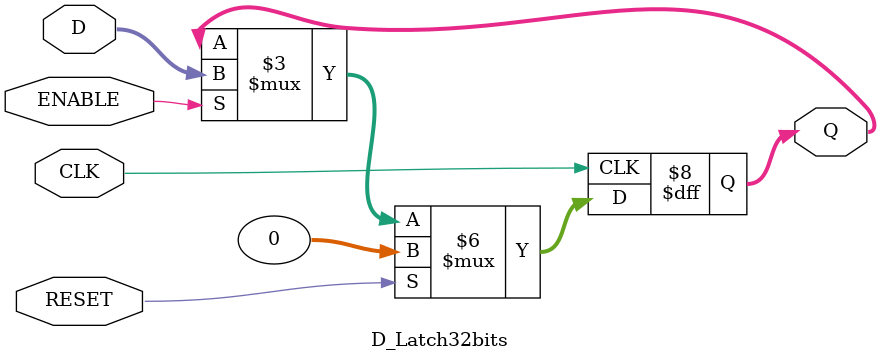
<source format=v>
module D_Latch32bits(output reg[31:0] Q, input [31:0] D, input ENABLE,CLK,RESET);

always @ (posedge CLK)

if(RESET)
	Q<=32'd0;
else
	begin
		if(ENABLE)
			Q <= D;
		else
			Q <= Q;
	end		

endmodule // D_Latch32bits
</source>
